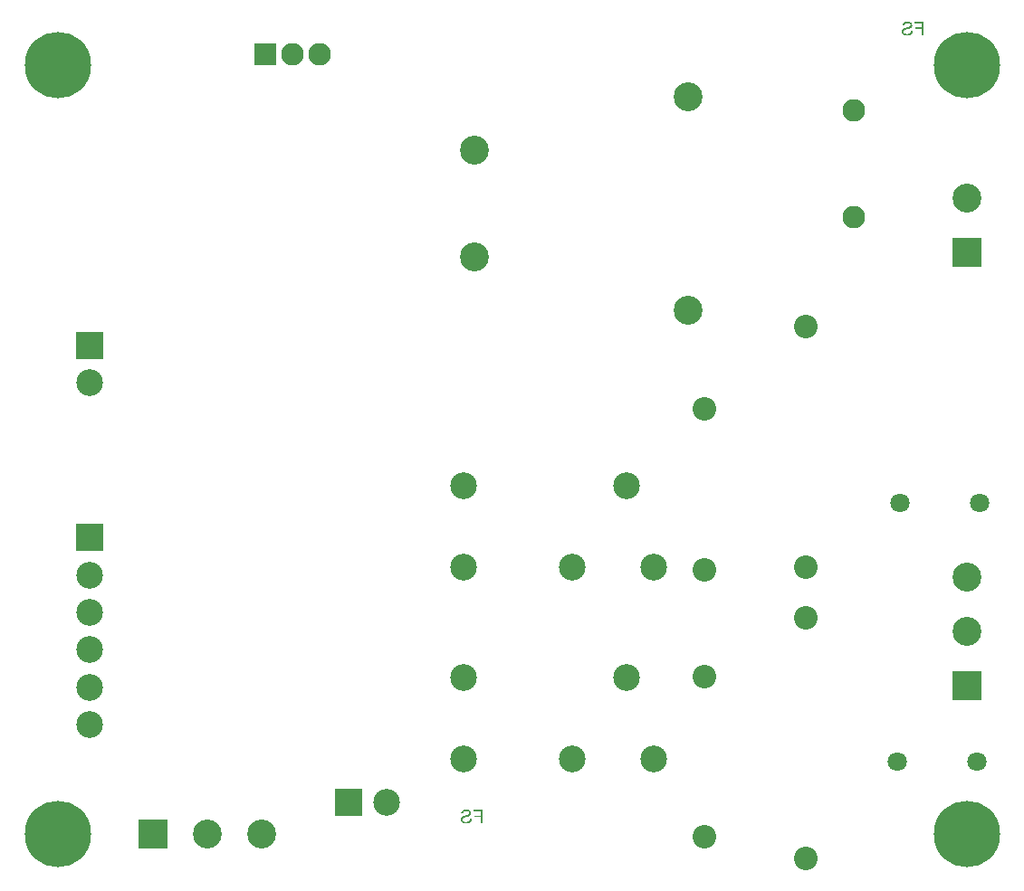
<source format=gbs>
G04 Layer_Color=16711935*
%FSLAX44Y44*%
%MOMM*%
G71*
G01*
G75*
%ADD55C,2.2032*%
%ADD56C,1.8032*%
%ADD57C,2.1032*%
%ADD58R,2.5032X2.5032*%
%ADD59C,2.5032*%
%ADD60C,2.7032*%
%ADD61R,2.7032X2.7032*%
%ADD62R,2.7032X2.7032*%
%ADD63R,2.1032X2.1032*%
%ADD64C,6.2032*%
%ADD65R,2.5032X2.5032*%
G36*
X860000Y797500D02*
X858303D01*
Y803313D01*
X852295D01*
Y804815D01*
X858303D01*
Y808814D01*
X851359D01*
Y810316D01*
X860000D01*
Y797500D01*
D02*
G37*
G36*
X845214Y810511D02*
X845663Y810453D01*
X846053Y810394D01*
X846404Y810316D01*
X846677Y810219D01*
X846794Y810180D01*
X846891Y810160D01*
X846989Y810121D01*
X847048Y810102D01*
X847067Y810082D01*
X847086D01*
X847457Y809907D01*
X847789Y809692D01*
X848062Y809478D01*
X848277Y809283D01*
X848452Y809087D01*
X848589Y808931D01*
X848667Y808834D01*
X848686Y808814D01*
Y808795D01*
X848862Y808483D01*
X848998Y808151D01*
X849096Y807859D01*
X849154Y807566D01*
X849193Y807332D01*
X849232Y807156D01*
Y807078D01*
Y807020D01*
Y807000D01*
Y806981D01*
X849213Y806668D01*
X849154Y806356D01*
X849096Y806083D01*
X848998Y805849D01*
X848920Y805654D01*
X848862Y805518D01*
X848803Y805420D01*
X848784Y805381D01*
X848589Y805127D01*
X848374Y804893D01*
X848159Y804698D01*
X847925Y804523D01*
X847730Y804386D01*
X847574Y804289D01*
X847457Y804211D01*
X847438Y804191D01*
X847418D01*
X847282Y804113D01*
X847106Y804055D01*
X846735Y803918D01*
X846326Y803782D01*
X845916Y803645D01*
X845546Y803547D01*
X845389Y803508D01*
X845253Y803469D01*
X845136Y803430D01*
X845038Y803411D01*
X844980Y803391D01*
X844960D01*
X844648Y803313D01*
X844355Y803235D01*
X844082Y803177D01*
X843848Y803118D01*
X843653Y803060D01*
X843458Y803001D01*
X843302Y802962D01*
X843146Y802923D01*
X843029Y802884D01*
X842932Y802845D01*
X842775Y802806D01*
X842697Y802787D01*
X842678Y802767D01*
X842405Y802650D01*
X842151Y802514D01*
X841956Y802396D01*
X841800Y802279D01*
X841683Y802162D01*
X841585Y802084D01*
X841546Y802026D01*
X841527Y802006D01*
X841410Y801831D01*
X841332Y801655D01*
X841254Y801480D01*
X841215Y801304D01*
X841195Y801168D01*
X841176Y801050D01*
Y800972D01*
Y800953D01*
X841195Y800738D01*
X841234Y800543D01*
X841293Y800348D01*
X841351Y800192D01*
X841429Y800056D01*
X841488Y799958D01*
X841527Y799880D01*
X841546Y799861D01*
X841702Y799685D01*
X841878Y799529D01*
X842054Y799392D01*
X842249Y799275D01*
X842405Y799178D01*
X842541Y799119D01*
X842619Y799080D01*
X842658Y799061D01*
X842951Y798963D01*
X843244Y798905D01*
X843517Y798846D01*
X843790Y798827D01*
X844004Y798807D01*
X844200Y798788D01*
X844355D01*
X844746Y798807D01*
X845116Y798846D01*
X845467Y798905D01*
X845741Y798983D01*
X845994Y799041D01*
X846170Y799100D01*
X846287Y799139D01*
X846306Y799158D01*
X846326D01*
X846618Y799314D01*
X846891Y799470D01*
X847106Y799646D01*
X847282Y799802D01*
X847438Y799939D01*
X847535Y800056D01*
X847594Y800134D01*
X847613Y800153D01*
X847750Y800407D01*
X847867Y800660D01*
X847945Y800933D01*
X848023Y801187D01*
X848062Y801421D01*
X848101Y801597D01*
X848120Y801714D01*
Y801733D01*
Y801753D01*
X849720Y801616D01*
X849681Y801148D01*
X849603Y800719D01*
X849486Y800309D01*
X849369Y799978D01*
X849252Y799685D01*
X849193Y799568D01*
X849135Y799470D01*
X849096Y799392D01*
X849057Y799334D01*
X849037Y799314D01*
Y799295D01*
X848764Y798944D01*
X848452Y798632D01*
X848159Y798378D01*
X847847Y798163D01*
X847594Y797988D01*
X847379Y797871D01*
X847301Y797832D01*
X847243Y797793D01*
X847204Y797773D01*
X847184D01*
X846716Y797617D01*
X846228Y797500D01*
X845741Y797403D01*
X845292Y797344D01*
X845077Y797325D01*
X844882Y797305D01*
X844707D01*
X844570Y797286D01*
X844277D01*
X843770Y797305D01*
X843322Y797364D01*
X842893Y797442D01*
X842541Y797539D01*
X842229Y797617D01*
X842112Y797656D01*
X842015Y797695D01*
X841937Y797734D01*
X841878Y797754D01*
X841839Y797773D01*
X841820D01*
X841429Y797988D01*
X841078Y798202D01*
X840786Y798437D01*
X840552Y798671D01*
X840357Y798866D01*
X840239Y799022D01*
X840142Y799139D01*
X840122Y799178D01*
X839927Y799509D01*
X839791Y799861D01*
X839674Y800192D01*
X839615Y800485D01*
X839576Y800738D01*
X839537Y800933D01*
Y801012D01*
Y801070D01*
Y801089D01*
Y801109D01*
X839557Y801480D01*
X839615Y801831D01*
X839713Y802143D01*
X839810Y802396D01*
X839908Y802631D01*
X840005Y802787D01*
X840064Y802884D01*
X840083Y802923D01*
X840298Y803196D01*
X840552Y803450D01*
X840825Y803684D01*
X841098Y803879D01*
X841351Y804016D01*
X841546Y804133D01*
X841625Y804172D01*
X841664Y804211D01*
X841702Y804230D01*
X841722D01*
X841878Y804289D01*
X842073Y804367D01*
X842268Y804445D01*
X842502Y804503D01*
X842971Y804640D01*
X843439Y804776D01*
X843868Y804874D01*
X844063Y804932D01*
X844239Y804971D01*
X844375Y805010D01*
X844473Y805030D01*
X844551Y805049D01*
X844570D01*
X844941Y805147D01*
X845272Y805225D01*
X845565Y805303D01*
X845838Y805401D01*
X846072Y805479D01*
X846267Y805537D01*
X846443Y805615D01*
X846599Y805693D01*
X846735Y805752D01*
X846852Y805791D01*
X846930Y805849D01*
X846989Y805888D01*
X847086Y805947D01*
X847106Y805966D01*
X847262Y806142D01*
X847379Y806317D01*
X847477Y806513D01*
X847535Y806688D01*
X847574Y806844D01*
X847594Y806981D01*
Y807059D01*
Y807098D01*
X847555Y807390D01*
X847477Y807644D01*
X847379Y807878D01*
X847243Y808073D01*
X847125Y808249D01*
X847009Y808366D01*
X846930Y808444D01*
X846911Y808463D01*
X846774Y808561D01*
X846618Y808658D01*
X846267Y808795D01*
X845897Y808892D01*
X845526Y808951D01*
X845194Y809009D01*
X845038D01*
X844921Y809029D01*
X844668D01*
X844141Y809009D01*
X843692Y808931D01*
X843302Y808834D01*
X842990Y808717D01*
X842756Y808600D01*
X842580Y808502D01*
X842483Y808424D01*
X842444Y808405D01*
X842190Y808151D01*
X841976Y807859D01*
X841820Y807566D01*
X841702Y807273D01*
X841625Y807000D01*
X841585Y806786D01*
X841566Y806708D01*
X841546Y806649D01*
Y806610D01*
Y806590D01*
X839927Y806708D01*
X839966Y807117D01*
X840044Y807488D01*
X840162Y807839D01*
X840278Y808132D01*
X840376Y808366D01*
X840474Y808561D01*
X840552Y808678D01*
X840571Y808717D01*
X840805Y809029D01*
X841078Y809302D01*
X841351Y809536D01*
X841625Y809731D01*
X841878Y809868D01*
X842073Y809985D01*
X842151Y810024D01*
X842210Y810043D01*
X842229Y810063D01*
X842249D01*
X842658Y810219D01*
X843087Y810336D01*
X843517Y810414D01*
X843907Y810472D01*
X844239Y810511D01*
X844375D01*
X844512Y810531D01*
X844746D01*
X845214Y810511D01*
D02*
G37*
G36*
X447500Y60000D02*
X445803D01*
Y65813D01*
X439795D01*
Y67315D01*
X445803D01*
Y71314D01*
X438859D01*
Y72816D01*
X447500D01*
Y60000D01*
D02*
G37*
G36*
X432714Y73011D02*
X433162Y72953D01*
X433553Y72894D01*
X433904Y72816D01*
X434177Y72719D01*
X434294Y72680D01*
X434391Y72660D01*
X434489Y72621D01*
X434548Y72602D01*
X434567Y72582D01*
X434586D01*
X434957Y72407D01*
X435289Y72192D01*
X435562Y71978D01*
X435776Y71782D01*
X435952Y71587D01*
X436089Y71431D01*
X436167Y71334D01*
X436186Y71314D01*
Y71295D01*
X436362Y70983D01*
X436498Y70651D01*
X436596Y70359D01*
X436654Y70066D01*
X436693Y69832D01*
X436732Y69656D01*
Y69578D01*
Y69520D01*
Y69500D01*
Y69481D01*
X436713Y69169D01*
X436654Y68856D01*
X436596Y68583D01*
X436498Y68349D01*
X436420Y68154D01*
X436362Y68018D01*
X436303Y67920D01*
X436284Y67881D01*
X436089Y67628D01*
X435874Y67393D01*
X435659Y67198D01*
X435425Y67023D01*
X435230Y66886D01*
X435074Y66789D01*
X434957Y66711D01*
X434938Y66691D01*
X434918D01*
X434782Y66613D01*
X434606Y66555D01*
X434235Y66418D01*
X433826Y66281D01*
X433416Y66145D01*
X433045Y66047D01*
X432889Y66008D01*
X432753Y65969D01*
X432636Y65930D01*
X432538Y65911D01*
X432480Y65891D01*
X432460D01*
X432148Y65813D01*
X431856Y65735D01*
X431582Y65677D01*
X431348Y65618D01*
X431153Y65560D01*
X430958Y65501D01*
X430802Y65462D01*
X430646Y65423D01*
X430529Y65384D01*
X430432Y65345D01*
X430275Y65306D01*
X430197Y65287D01*
X430178Y65267D01*
X429905Y65150D01*
X429651Y65013D01*
X429456Y64896D01*
X429300Y64779D01*
X429183Y64662D01*
X429086Y64584D01*
X429047Y64526D01*
X429027Y64506D01*
X428910Y64331D01*
X428832Y64155D01*
X428754Y63980D01*
X428715Y63804D01*
X428695Y63667D01*
X428676Y63551D01*
Y63472D01*
Y63453D01*
X428695Y63238D01*
X428734Y63043D01*
X428793Y62848D01*
X428851Y62692D01*
X428929Y62556D01*
X428988Y62458D01*
X429027Y62380D01*
X429047Y62361D01*
X429202Y62185D01*
X429378Y62029D01*
X429554Y61892D01*
X429749Y61775D01*
X429905Y61678D01*
X430041Y61619D01*
X430119Y61580D01*
X430158Y61561D01*
X430451Y61463D01*
X430744Y61405D01*
X431017Y61346D01*
X431290Y61327D01*
X431504Y61307D01*
X431699Y61288D01*
X431856D01*
X432246Y61307D01*
X432616Y61346D01*
X432967Y61405D01*
X433241Y61483D01*
X433494Y61541D01*
X433670Y61600D01*
X433787Y61639D01*
X433806Y61658D01*
X433826D01*
X434118Y61814D01*
X434391Y61970D01*
X434606Y62146D01*
X434782Y62302D01*
X434938Y62439D01*
X435035Y62556D01*
X435094Y62634D01*
X435113Y62653D01*
X435250Y62907D01*
X435367Y63160D01*
X435445Y63433D01*
X435523Y63687D01*
X435562Y63921D01*
X435601Y64097D01*
X435620Y64214D01*
Y64233D01*
Y64253D01*
X437220Y64116D01*
X437181Y63648D01*
X437103Y63219D01*
X436986Y62809D01*
X436869Y62478D01*
X436752Y62185D01*
X436693Y62068D01*
X436635Y61970D01*
X436596Y61892D01*
X436557Y61834D01*
X436537Y61814D01*
Y61795D01*
X436264Y61444D01*
X435952Y61132D01*
X435659Y60878D01*
X435347Y60663D01*
X435094Y60488D01*
X434879Y60371D01*
X434801Y60332D01*
X434743Y60293D01*
X434704Y60273D01*
X434684D01*
X434216Y60117D01*
X433728Y60000D01*
X433241Y59903D01*
X432792Y59844D01*
X432577Y59825D01*
X432382Y59805D01*
X432207D01*
X432070Y59786D01*
X431777D01*
X431270Y59805D01*
X430822Y59864D01*
X430392Y59942D01*
X430041Y60039D01*
X429729Y60117D01*
X429612Y60156D01*
X429515Y60195D01*
X429437Y60234D01*
X429378Y60254D01*
X429339Y60273D01*
X429320D01*
X428929Y60488D01*
X428578Y60702D01*
X428286Y60936D01*
X428052Y61171D01*
X427856Y61366D01*
X427739Y61522D01*
X427642Y61639D01*
X427622Y61678D01*
X427427Y62009D01*
X427291Y62361D01*
X427174Y62692D01*
X427115Y62985D01*
X427076Y63238D01*
X427037Y63433D01*
Y63512D01*
Y63570D01*
Y63590D01*
Y63609D01*
X427057Y63980D01*
X427115Y64331D01*
X427213Y64643D01*
X427310Y64896D01*
X427408Y65131D01*
X427505Y65287D01*
X427564Y65384D01*
X427583Y65423D01*
X427798Y65696D01*
X428052Y65950D01*
X428325Y66184D01*
X428598Y66379D01*
X428851Y66516D01*
X429047Y66633D01*
X429124Y66672D01*
X429164Y66711D01*
X429202Y66730D01*
X429222D01*
X429378Y66789D01*
X429573Y66867D01*
X429768Y66945D01*
X430002Y67003D01*
X430471Y67140D01*
X430939Y67276D01*
X431368Y67374D01*
X431563Y67432D01*
X431739Y67471D01*
X431875Y67510D01*
X431973Y67530D01*
X432051Y67549D01*
X432070D01*
X432441Y67647D01*
X432772Y67725D01*
X433065Y67803D01*
X433338Y67901D01*
X433572Y67979D01*
X433767Y68037D01*
X433943Y68115D01*
X434099Y68193D01*
X434235Y68252D01*
X434352Y68291D01*
X434430Y68349D01*
X434489Y68388D01*
X434586Y68447D01*
X434606Y68466D01*
X434762Y68642D01*
X434879Y68817D01*
X434977Y69012D01*
X435035Y69188D01*
X435074Y69344D01*
X435094Y69481D01*
Y69559D01*
Y69598D01*
X435055Y69890D01*
X434977Y70144D01*
X434879Y70378D01*
X434743Y70573D01*
X434626Y70749D01*
X434509Y70866D01*
X434430Y70944D01*
X434411Y70963D01*
X434274Y71061D01*
X434118Y71158D01*
X433767Y71295D01*
X433397Y71392D01*
X433026Y71451D01*
X432694Y71509D01*
X432538D01*
X432421Y71529D01*
X432168D01*
X431641Y71509D01*
X431192Y71431D01*
X430802Y71334D01*
X430490Y71217D01*
X430256Y71100D01*
X430080Y71002D01*
X429983Y70924D01*
X429944Y70905D01*
X429690Y70651D01*
X429476Y70359D01*
X429320Y70066D01*
X429202Y69773D01*
X429124Y69500D01*
X429086Y69286D01*
X429066Y69208D01*
X429047Y69149D01*
Y69110D01*
Y69090D01*
X427427Y69208D01*
X427466Y69617D01*
X427544Y69988D01*
X427662Y70339D01*
X427779Y70632D01*
X427876Y70866D01*
X427974Y71061D01*
X428052Y71178D01*
X428071Y71217D01*
X428305Y71529D01*
X428578Y71802D01*
X428851Y72036D01*
X429124Y72231D01*
X429378Y72368D01*
X429573Y72485D01*
X429651Y72524D01*
X429710Y72543D01*
X429729Y72563D01*
X429749D01*
X430158Y72719D01*
X430588Y72836D01*
X431017Y72914D01*
X431407Y72972D01*
X431739Y73011D01*
X431875D01*
X432012Y73031D01*
X432246D01*
X432714Y73011D01*
D02*
G37*
D55*
X655000Y297500D02*
D03*
Y447500D02*
D03*
X750000Y525000D02*
D03*
Y300000D02*
D03*
Y27500D02*
D03*
Y252500D02*
D03*
X655000Y197500D02*
D03*
Y47500D02*
D03*
D56*
X912500Y360000D02*
D03*
X837500D02*
D03*
X910000Y117500D02*
D03*
X835000D02*
D03*
D57*
X795000Y727500D02*
D03*
Y627500D02*
D03*
X295400Y780000D02*
D03*
X270000D02*
D03*
D58*
X322500Y80000D02*
D03*
D59*
X357500D02*
D03*
X430000Y300000D02*
D03*
X582400Y376200D02*
D03*
X607800Y300000D02*
D03*
X531600D02*
D03*
X430000Y376200D02*
D03*
Y120000D02*
D03*
X582400Y196200D02*
D03*
X607800Y120000D02*
D03*
X531600D02*
D03*
X430000Y196200D02*
D03*
X80000Y472500D02*
D03*
Y152500D02*
D03*
Y187500D02*
D03*
Y292501D02*
D03*
Y257500D02*
D03*
Y222501D02*
D03*
D60*
X900000Y290800D02*
D03*
Y240000D02*
D03*
X900000Y645400D02*
D03*
X240800Y50000D02*
D03*
X190000D02*
D03*
X640000Y540000D02*
D03*
Y740000D02*
D03*
X440000Y690000D02*
D03*
Y590000D02*
D03*
D61*
X900000Y189200D02*
D03*
X900000Y594600D02*
D03*
D62*
X139200Y50000D02*
D03*
D63*
X244600Y780000D02*
D03*
D64*
X50000Y770000D02*
D03*
X900000D02*
D03*
X50000Y50000D02*
D03*
X900000D02*
D03*
D65*
X80000Y507500D02*
D03*
Y327500D02*
D03*
M02*

</source>
